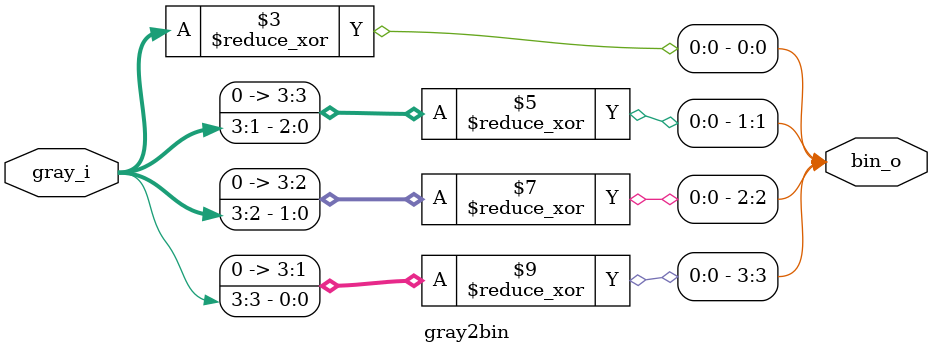
<source format=sv>
module gray2bin#(
  parameter WIDTH = 4
)(
  input logic [WIDTH - 1 : 0] gray_i,
  output logic [WIDTH - 1 : 0] bin_o
);

generate
  for(genvar i = 0; i < WIDTH; i++) begin
    assign bin_o[i] = ^(gray_i >> i);
  end
endgenerate

endmodule
</source>
